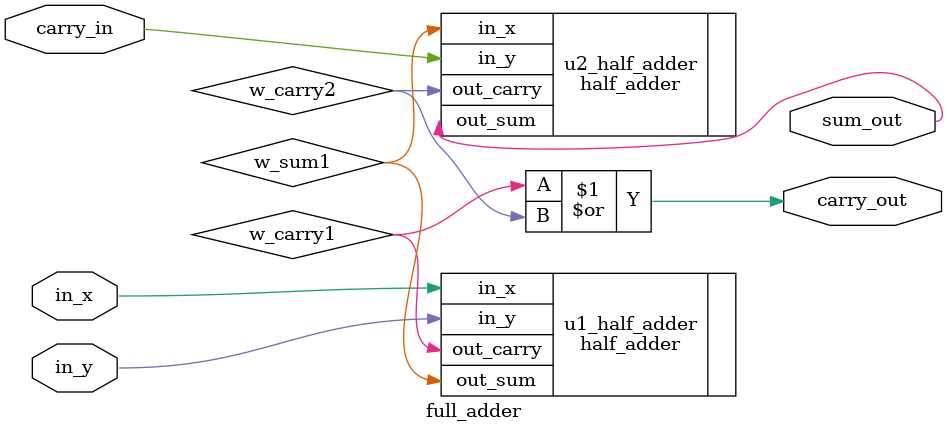
<source format=v>
module full_adder
(in_x, in_y, carry_in, sum_out,
carry_out);
 
input  in_x;
input  in_y;
input  carry_in;
output sum_out;
output carry_out;

wire w_sum1;
wire w_carry1;
wire w_carry2;

assign carry_out = w_carry1 | w_carry2;

// Instantiate two half-adders to make the circuit. Click here for half-adder rtl

half_adder u1_half_adder
(
.in_x(in_x),
.in_y(in_y),
.out_sum(w_sum1),
.out_carry(w_carry1)
);                    
half_adder u2_half_adder
(
.in_x(w_sum1),
.in_y(carry_in),
.out_sum(sum_out),
.out_carry(w_carry2)
);               
endmodule

</source>
